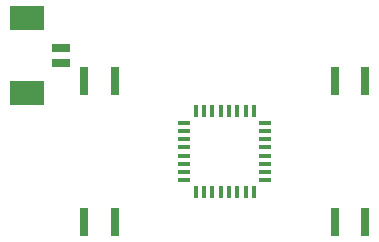
<source format=gtp>
%FSLAX44Y44*%
%MOMM*%
G71*
G01*
G75*
G04 Layer_Color=8421504*
%ADD10R,0.4000X1.0000*%
%ADD11R,1.0000X0.4000*%
%ADD12R,0.7250X2.3500*%
%ADD13R,3.0000X2.1000*%
%ADD14R,1.6000X0.8000*%
%ADD15C,0.2000*%
%ADD16C,0.2540*%
%ADD17C,0.4000*%
%ADD18C,0.3000*%
%ADD19R,1.1000X0.4000*%
%ADD20R,1.9250X2.3500*%
%ADD21C,4.0000*%
G04:AMPARAMS|DCode=22|XSize=4.7mm|YSize=4mm|CornerRadius=2mm|HoleSize=0mm|Usage=FLASHONLY|Rotation=45.000|XOffset=0mm|YOffset=0mm|HoleType=Round|Shape=RoundedRectangle|*
%AMROUNDEDRECTD22*
21,1,4.7000,0.0000,0,0,45.0*
21,1,0.7000,4.0000,0,0,45.0*
1,1,4.0000,0.2475,0.2475*
1,1,4.0000,-0.2475,-0.2475*
1,1,4.0000,-0.2475,-0.2475*
1,1,4.0000,0.2475,0.2475*
%
%ADD22ROUNDEDRECTD22*%
G04:AMPARAMS|DCode=23|XSize=4.7mm|YSize=4mm|CornerRadius=2mm|HoleSize=0mm|Usage=FLASHONLY|Rotation=-45.000|XOffset=0mm|YOffset=0mm|HoleType=Round|Shape=RoundedRectangle|*
%AMROUNDEDRECTD23*
21,1,4.7000,0.0000,0,0,-45.0*
21,1,0.7000,4.0000,0,0,-45.0*
1,1,4.0000,0.2475,-0.2475*
1,1,4.0000,-0.2475,0.2475*
1,1,4.0000,-0.2475,0.2475*
1,1,4.0000,0.2475,-0.2475*
%
%ADD23ROUNDEDRECTD23*%
%ADD24C,0.5000*%
%ADD25C,0.5000*%
%ADD26C,3.6000*%
%ADD27R,0.5000X0.6000*%
%ADD28R,0.6000X0.5000*%
%ADD29R,1.1000X0.5000*%
%ADD30R,2.1844X2.4130*%
%ADD31R,0.3000X1.1000*%
%ADD32R,1.2700X0.5080*%
%ADD33R,2.4000X1.2500*%
%ADD34R,1.2000X1.2500*%
%ADD35R,0.5000X1.1000*%
%ADD36R,0.8890X1.0160*%
%ADD37C,0.8000*%
%ADD38R,0.8128X0.8128*%
%ADD39R,1.2000X1.4000*%
%ADD40R,1.2000X1.6000*%
%ADD41R,1.2954X1.6002*%
%ADD42R,1.3970X1.3970*%
%ADD43R,0.8128X0.8128*%
%ADD44O,0.3000X1.5000*%
%ADD45R,2.1800X1.7200*%
%ADD46C,4.4000*%
%ADD47C,0.1270*%
%ADD48C,1.4000*%
%ADD49C,0.1200*%
%ADD50C,0.1000*%
%ADD51R,3.2000X3.2000*%
D10*
X24500Y34250D02*
D03*
X17500D02*
D03*
X10500D02*
D03*
X-17500D02*
D03*
X-10500D02*
D03*
X-3500D02*
D03*
X3500D02*
D03*
X24500Y-34250D02*
D03*
X17500D02*
D03*
X10500D02*
D03*
X-17500D02*
D03*
X-10500D02*
D03*
X-3500D02*
D03*
X3500D02*
D03*
X-24500D02*
D03*
Y34250D02*
D03*
D11*
X34250Y-3500D02*
D03*
Y3500D02*
D03*
Y10500D02*
D03*
Y17500D02*
D03*
Y24500D02*
D03*
Y-10500D02*
D03*
Y-17500D02*
D03*
Y-24500D02*
D03*
X-34250D02*
D03*
Y-17500D02*
D03*
Y-10500D02*
D03*
Y24500D02*
D03*
Y17500D02*
D03*
Y10500D02*
D03*
Y3500D02*
D03*
Y-3500D02*
D03*
D12*
X-93000Y60000D02*
D03*
X-119000D02*
D03*
X93000D02*
D03*
X119000D02*
D03*
X93000Y-60000D02*
D03*
X119000D02*
D03*
X-93000D02*
D03*
X-119000D02*
D03*
D13*
X-167750Y112750D02*
D03*
Y49250D02*
D03*
D14*
X-138750Y74750D02*
D03*
Y87250D02*
D03*
M02*

</source>
